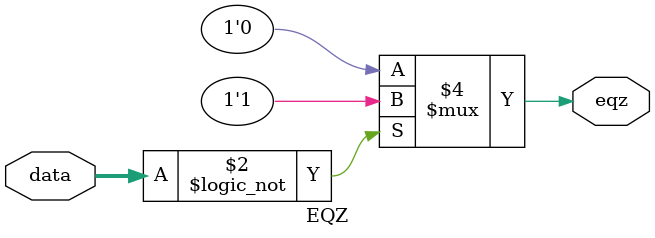
<source format=v>
`timescale 1ns / 1ns
module EQZ(eqz,data);
    input [31:0]data;
    output reg eqz;
    always@(*)
        begin
            if(data==0)
                eqz<=1'b1;
            else
                eqz<=1'b0;
        end
endmodule

</source>
